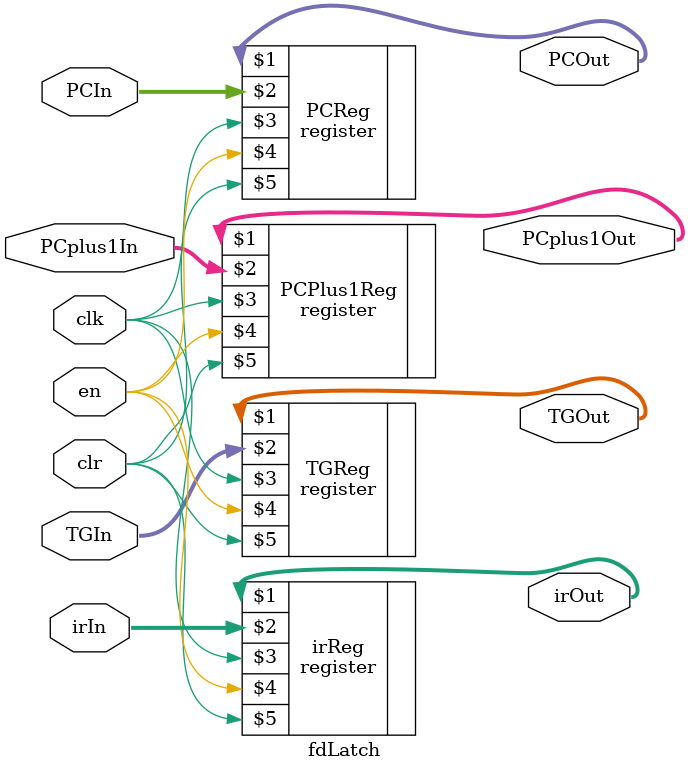
<source format=v>
module fdLatch(clk, en, clr, TGIn, PCIn, PCplus1In, irIn, TGOut, PCOut, PCplus1Out, irOut);

	/**
	* Takes in clock, enable, clear, taken guess of address, PC, PC + 1, and instruction
	* Outputs taken guess of address, PC, PC + 1, and instruction
	*
	*/

	input clk, en, clr;
	input[31:0] TGIn, PCIn, PCplus1In, irIn;
	output[31:0] TGOut, PCOut, PCplus1Out, irOut;
	
	register	TGReg(TGOut, TGIn, clk, en, clr);
	register	PCReg(PCOut, PCIn, clk, en, clr);
	register	PCPlus1Reg(PCplus1Out, PCplus1In, clk, en, clr);
	register	irReg(irOut, irIn, clk, en, clr);

endmodule
</source>
